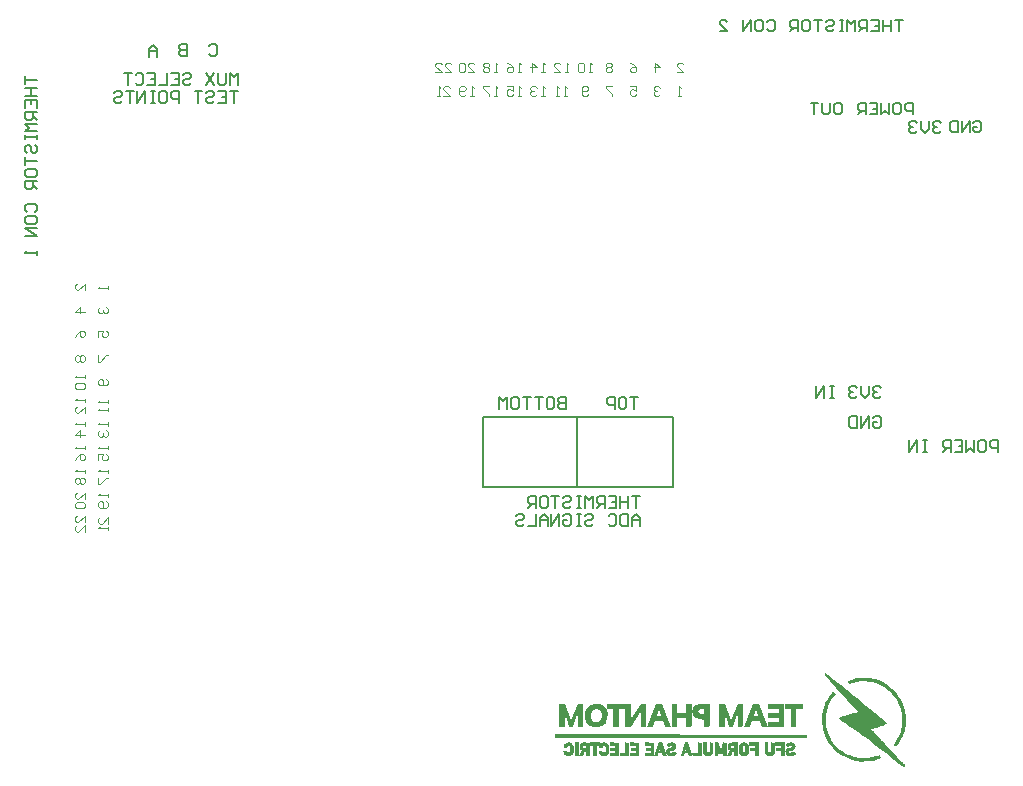
<source format=gbo>
G04*
G04 #@! TF.GenerationSoftware,Altium Limited,Altium Designer,18.1.11 (251)*
G04*
G04 Layer_Color=32896*
%FSLAX25Y25*%
%MOIN*%
G70*
G01*
G75*
%ADD13C,0.00787*%
%ADD15C,0.00591*%
%ADD73C,0.00492*%
G36*
X468205Y173216D02*
X467564Y172895D01*
X466281D01*
Y175870D01*
X463452D01*
Y172895D01*
X461527D01*
Y180506D01*
X463452D01*
Y177590D01*
X466281D01*
Y180506D01*
X468205D01*
Y173216D01*
D02*
G37*
G36*
X453042Y172895D02*
X451147D01*
Y178086D01*
X447968Y172895D01*
X446131D01*
Y180506D01*
X448056D01*
Y175432D01*
X451263Y180506D01*
X453042D01*
Y172895D01*
D02*
G37*
G36*
X485380Y173216D02*
X484739Y172895D01*
X483543D01*
Y177736D01*
X482144Y172895D01*
X480598D01*
X479228Y177736D01*
Y172895D01*
X477390D01*
Y180506D01*
X479199D01*
X481356Y175228D01*
X483485Y180506D01*
X485380D01*
Y173216D01*
D02*
G37*
G36*
X432018Y172895D02*
X430210D01*
Y177736D01*
X428781Y172895D01*
X427264D01*
X425865Y177736D01*
Y172895D01*
X424057D01*
Y180506D01*
X425894D01*
X427993Y175228D01*
X430181Y180506D01*
X432018D01*
Y172895D01*
D02*
G37*
G36*
X505151Y178757D02*
X503139D01*
Y172895D01*
X501214D01*
Y178757D01*
X499173D01*
Y180215D01*
Y180506D01*
X505151D01*
Y178757D01*
D02*
G37*
G36*
X499086Y172895D02*
X493633D01*
X493604Y172967D01*
Y174616D01*
X497190D01*
Y175841D01*
X493808D01*
Y177590D01*
X497161D01*
Y178757D01*
X493662D01*
Y180215D01*
Y180506D01*
X499086D01*
Y172895D01*
D02*
G37*
G36*
X493604Y172967D02*
Y172895D01*
X491766D01*
X489667Y178552D01*
X488909Y176511D01*
X490221D01*
X490746Y174791D01*
X488326D01*
X487538Y172895D01*
X485584D01*
X488734Y180506D01*
X490542D01*
X493604Y172967D01*
D02*
G37*
G36*
X474329Y173216D02*
X473687Y172895D01*
X472404D01*
Y178727D01*
X470975D01*
X470800Y178698D01*
X470655Y178669D01*
X470596Y178640D01*
X470567Y178611D01*
X470480Y178494D01*
X470450Y178348D01*
X470421Y178232D01*
Y178202D01*
Y178173D01*
X470450Y178028D01*
X470480Y177882D01*
X470596Y177678D01*
X470742Y177532D01*
X470771Y177473D01*
X470800D01*
X470946Y177386D01*
X471179Y177299D01*
X471617Y177153D01*
X471850Y177094D01*
X472025Y177065D01*
X472142Y177036D01*
X472200D01*
X471967Y175286D01*
X471296Y175403D01*
X470742Y175549D01*
X470275Y175724D01*
X469896Y175870D01*
X469605Y176045D01*
X469401Y176161D01*
X469284Y176249D01*
X469255Y176278D01*
X468963Y176570D01*
X468759Y176890D01*
X468613Y177211D01*
X468526Y177503D01*
X468438Y177794D01*
X468409Y177998D01*
Y178144D01*
Y178202D01*
X468438Y178582D01*
X468497Y178931D01*
X468613Y179223D01*
X468730Y179456D01*
X468847Y179660D01*
X468963Y179777D01*
X469022Y179865D01*
X469051Y179894D01*
X469313Y180098D01*
X469605Y180244D01*
X469926Y180360D01*
X470217Y180419D01*
X470480Y180477D01*
X470684Y180506D01*
X474329D01*
Y173216D01*
D02*
G37*
G36*
X461323Y172895D02*
X459515Y173041D01*
X459370Y173129D01*
X457329Y178552D01*
X456541Y176511D01*
X457882D01*
X458407Y174791D01*
X455987D01*
X455171Y172895D01*
X453246Y172895D01*
X456395Y180506D01*
X458232D01*
X461323Y172895D01*
D02*
G37*
G36*
X446043Y178757D02*
X444031D01*
Y172895D01*
X442107D01*
Y178757D01*
X440095D01*
Y180215D01*
Y180506D01*
X446043D01*
Y178757D01*
D02*
G37*
G36*
X437091Y180535D02*
X437675Y180419D01*
X438170Y180244D01*
X438579Y180069D01*
X438899Y179865D01*
X439133Y179719D01*
X439249Y179602D01*
X439308Y179544D01*
X439628Y179136D01*
X439862Y178669D01*
X440037Y178202D01*
X440153Y177736D01*
X440211Y177328D01*
X440241Y177007D01*
X440270Y176861D01*
Y176774D01*
Y176715D01*
Y176686D01*
X439949Y176657D01*
X439978Y175986D01*
X439920Y175432D01*
X439803Y174937D01*
X439657Y174528D01*
X439482Y174208D01*
X439337Y173974D01*
X439220Y173858D01*
X439191Y173799D01*
X438783Y173479D01*
X438345Y173245D01*
X437879Y173070D01*
X437441Y172954D01*
X437033Y172895D01*
X436712Y172866D01*
X436596Y172837D01*
X436421D01*
X435750Y172866D01*
X435167Y172983D01*
X434700Y173129D01*
X434292Y173333D01*
X434000Y173508D01*
X433767Y173654D01*
X433621Y173770D01*
X433592Y173799D01*
X433272Y174208D01*
X433038Y174674D01*
X432863Y175141D01*
X432747Y175607D01*
X432688Y176045D01*
X432630Y176365D01*
Y176511D01*
Y176599D01*
Y176657D01*
Y176686D01*
X432659Y177357D01*
X432776Y177911D01*
X432922Y178407D01*
X433097Y178815D01*
X433301Y179136D01*
X433446Y179369D01*
X433563Y179486D01*
X433592Y179544D01*
X433971Y179894D01*
X434438Y180127D01*
X434904Y180302D01*
X435342Y180448D01*
X435779Y180506D01*
X436100Y180535D01*
X436246Y180564D01*
X436421D01*
X437091Y180535D01*
D02*
G37*
G36*
X513782Y190100D02*
X514832Y189342D01*
X515299Y188963D01*
X515765Y188613D01*
X516173Y188292D01*
X516582Y188000D01*
X516931Y187709D01*
X517252Y187446D01*
X517544Y187242D01*
X517777Y187038D01*
X517952Y186892D01*
X518098Y186776D01*
X518185Y186717D01*
X518215Y186688D01*
X519148Y185930D01*
X520052Y185172D01*
X520897Y184501D01*
X521306Y184180D01*
X521685Y183860D01*
X522005Y183597D01*
X522326Y183335D01*
X522588Y183131D01*
X522822Y182926D01*
X522997Y182781D01*
X523143Y182664D01*
X523230Y182606D01*
X523259Y182577D01*
X524192Y181818D01*
X525096Y181060D01*
X525942Y180360D01*
X526350Y180040D01*
X526729Y179748D01*
X527050Y179456D01*
X527371Y179223D01*
X527633Y178990D01*
X527867Y178815D01*
X528042Y178669D01*
X528187Y178552D01*
X528275Y178494D01*
X528304Y178465D01*
X529266Y177678D01*
X530170Y176890D01*
X531074Y176161D01*
X531453Y175782D01*
X531861Y175461D01*
X532211Y175141D01*
X532532Y174849D01*
X532795Y174616D01*
X533028Y174383D01*
X533232Y174208D01*
X533378Y174091D01*
X533465Y174004D01*
X533494Y173974D01*
X532911Y173741D01*
X532357Y173537D01*
X531861Y173362D01*
X531424Y173187D01*
X531103Y173070D01*
X530841Y172983D01*
X530666Y172925D01*
X530608Y172895D01*
X529674Y172633D01*
X529237Y172516D01*
X528829Y172429D01*
X528508Y172341D01*
X528246Y172312D01*
X528071Y172254D01*
X528012D01*
X527662Y172312D01*
X527925Y172137D01*
X528158Y171962D01*
X528362Y171817D01*
X528537Y171671D01*
X528683Y171554D01*
X528770Y171467D01*
X528829Y171408D01*
X528858Y171379D01*
X529179Y171029D01*
X529441Y170738D01*
X529558Y170621D01*
X529645Y170534D01*
X529674Y170475D01*
X529704Y170446D01*
X530141Y169979D01*
X530520Y169571D01*
X530899Y169163D01*
X531191Y168813D01*
X531453Y168521D01*
X531657Y168288D01*
X531774Y168142D01*
X531832Y168084D01*
X532707Y167180D01*
X533115Y166743D01*
X533494Y166364D01*
X533815Y166014D01*
X534048Y165780D01*
X534194Y165605D01*
X534223Y165576D01*
X534253Y165547D01*
X534719Y165080D01*
X535127Y164614D01*
X535536Y164177D01*
X535885Y163827D01*
X536177Y163506D01*
X536410Y163243D01*
X536556Y163098D01*
X536615Y163039D01*
X537052Y162573D01*
X537460Y162135D01*
X537839Y161698D01*
X538189Y161348D01*
X538481Y161056D01*
X538685Y160823D01*
X538831Y160677D01*
X538889Y160619D01*
X539035Y160502D01*
X539181Y160386D01*
X539268Y160298D01*
X539326Y160269D01*
X539385Y160182D01*
X539443Y160094D01*
X539472Y159861D01*
X539443Y159686D01*
Y159657D01*
Y159628D01*
X539356Y159540D01*
X539268Y159482D01*
X539181Y159453D01*
X539093D01*
X538947Y159511D01*
X538889Y159540D01*
X538656Y159686D01*
X538481Y159773D01*
X538393Y159832D01*
X538364Y159861D01*
X537431Y160561D01*
X536585Y161231D01*
X535798Y161844D01*
X535448Y162135D01*
X535127Y162427D01*
X534836Y162660D01*
X534573Y162893D01*
X534369Y163068D01*
X534165Y163243D01*
X534019Y163389D01*
X533903Y163477D01*
X533844Y163535D01*
X533815Y163564D01*
X532882Y164264D01*
X531978Y164964D01*
X531103Y165605D01*
X530724Y165897D01*
X530345Y166159D01*
X530024Y166422D01*
X529704Y166655D01*
X529441Y166859D01*
X529208Y167034D01*
X529033Y167180D01*
X528887Y167268D01*
X528800Y167326D01*
X528770Y167355D01*
X527837Y168084D01*
X526904Y168755D01*
X526059Y169396D01*
X525650Y169717D01*
X525300Y169979D01*
X524951Y170242D01*
X524659Y170475D01*
X524397Y170679D01*
X524163Y170854D01*
X523959Y171000D01*
X523842Y171088D01*
X523755Y171146D01*
X523726Y171175D01*
X522618Y171904D01*
X521568Y172604D01*
X521101Y172925D01*
X520635Y173245D01*
X520197Y173537D01*
X519818Y173828D01*
X519468Y174062D01*
X519148Y174295D01*
X518856Y174499D01*
X518623Y174674D01*
X518448Y174820D01*
X518302Y174908D01*
X518215Y174966D01*
X518185Y174995D01*
X518040Y175112D01*
X517923Y175199D01*
X517865Y175257D01*
X517836Y175286D01*
X517748Y175374D01*
X517661Y175461D01*
X517456Y175724D01*
X517369Y175841D01*
X517281Y175957D01*
X517252Y176015D01*
X517223Y176045D01*
X517952Y176278D01*
X518623Y176482D01*
X519235Y176657D01*
X519760Y176803D01*
X520197Y176919D01*
X520401Y176978D01*
X520547Y177007D01*
X520664Y177065D01*
X520751D01*
X520810Y177094D01*
X520839D01*
X521451Y177240D01*
X522035Y177386D01*
X522559Y177532D01*
X522997Y177648D01*
X523376Y177736D01*
X523667Y177794D01*
X523784Y177823D01*
X523872Y177853D01*
X523930D01*
X523434Y178319D01*
X522938Y178815D01*
X522472Y179281D01*
X522035Y179719D01*
X521685Y180098D01*
X521393Y180419D01*
X521306Y180535D01*
X521218Y180623D01*
X521189Y180652D01*
X521160Y180681D01*
X520606Y181293D01*
X520110Y181848D01*
X519614Y182402D01*
X519177Y182868D01*
X518827Y183276D01*
X518535Y183597D01*
X518448Y183714D01*
X518360Y183801D01*
X518331Y183830D01*
X518302Y183860D01*
X517777Y184443D01*
X517281Y185026D01*
X516786Y185551D01*
X516377Y186017D01*
X516027Y186426D01*
X515736Y186746D01*
X515649Y186863D01*
X515561Y186951D01*
X515532Y186980D01*
X515503Y187009D01*
X514978Y187621D01*
X514453Y188204D01*
X513957Y188759D01*
X513520Y189254D01*
X513141Y189662D01*
X512849Y189983D01*
X512732Y190100D01*
X512645Y190187D01*
X512616Y190246D01*
X512587Y190275D01*
Y190421D01*
X512616Y190508D01*
X512645Y190537D01*
X512674Y190625D01*
Y190741D01*
Y190829D01*
Y190887D01*
X513782Y190100D01*
D02*
G37*
G36*
X506259Y170359D02*
X506726Y170213D01*
Y169309D01*
X422541Y169309D01*
Y170504D01*
X506259Y170359D01*
D02*
G37*
G36*
X439366Y167734D02*
X439482Y167705D01*
X439541D01*
X439716Y167647D01*
X439832Y167588D01*
X439949Y167530D01*
X439978Y167501D01*
X440095Y167413D01*
X440211Y167326D01*
X440299Y167238D01*
X440328Y167209D01*
X440416Y167093D01*
X440503Y167005D01*
X440532Y166947D01*
X440561Y166918D01*
X440620Y166743D01*
X440649Y166684D01*
Y166655D01*
X440678Y166509D01*
X440707Y166480D01*
Y166451D01*
X440736Y166334D01*
Y166189D01*
Y166101D01*
Y166043D01*
Y165868D01*
Y165693D01*
Y165547D01*
Y165518D01*
Y165489D01*
Y165226D01*
Y165022D01*
Y164906D01*
Y164847D01*
Y164701D01*
X440707Y164585D01*
Y164526D01*
Y164497D01*
X440678Y164381D01*
Y164351D01*
Y164322D01*
X440649Y164264D01*
Y164235D01*
Y164206D01*
X440620Y164177D01*
Y164147D01*
X440591Y164089D01*
Y164060D01*
Y164031D01*
X440474Y163885D01*
X440386Y163797D01*
X440328Y163739D01*
X440299Y163710D01*
X440211Y163622D01*
X440095Y163535D01*
X440007Y163448D01*
X439978Y163418D01*
X439832Y163331D01*
X439687Y163273D01*
X439570Y163214D01*
X439541D01*
X439366Y163185D01*
X439191Y163156D01*
X439016D01*
X438812Y163185D01*
X438637Y163214D01*
X438520Y163243D01*
X438462D01*
X438258Y163331D01*
X438083Y163418D01*
X437966Y163477D01*
X437908Y163506D01*
X437762Y163622D01*
X437616Y163768D01*
X437558Y163885D01*
X437529Y163914D01*
X437441Y164147D01*
X437354Y164381D01*
X437325Y164556D01*
X437295Y164585D01*
Y164614D01*
Y164906D01*
X438462D01*
X438579Y164672D01*
X438666Y164526D01*
X438724Y164468D01*
X438754Y164439D01*
X438841Y164381D01*
X438929Y164351D01*
X439133D01*
X439162Y164381D01*
X439191Y164410D01*
X439249Y164439D01*
X439308D01*
X439337Y164468D01*
X439395Y164526D01*
X439424Y164556D01*
Y164585D01*
X439453Y164614D01*
Y164672D01*
X439482Y164701D01*
X439512Y164906D01*
Y164964D01*
Y164993D01*
Y165168D01*
Y165314D01*
Y165430D01*
Y165489D01*
Y165664D01*
Y165810D01*
Y165897D01*
Y165926D01*
Y166043D01*
X439482Y166130D01*
Y166159D01*
X439453Y166276D01*
Y166305D01*
X439424Y166364D01*
X439366Y166422D01*
X439337Y166451D01*
X439249Y166509D01*
X439220Y166539D01*
X439162D01*
X439045Y166568D01*
X438929D01*
X438899Y166539D01*
X438812Y166509D01*
X438783D01*
X438754Y166480D01*
X438666Y166393D01*
X438637Y166364D01*
Y166334D01*
X438579Y166247D01*
X438549Y166130D01*
X438520Y166043D01*
Y165984D01*
X437295D01*
X437325Y166218D01*
X437354Y166422D01*
X437412Y166568D01*
X437432Y166646D01*
X437645Y166626D01*
Y167136D01*
X437587Y167063D01*
X437500Y166888D01*
X437470Y166830D01*
Y166772D01*
X437441Y166684D01*
X437432Y166646D01*
X436566Y166726D01*
Y163185D01*
X435313D01*
Y166626D01*
X434234D01*
Y167734D01*
X437645D01*
Y167136D01*
X437704Y167209D01*
X437791Y167297D01*
X437820Y167326D01*
X438025Y167501D01*
X438200Y167588D01*
X438345Y167647D01*
X438375Y167676D01*
X438404D01*
X438608Y167734D01*
X438812Y167763D01*
X439220D01*
X439366Y167734D01*
D02*
G37*
G36*
X526875Y189283D02*
X527633Y189196D01*
X528304Y189079D01*
X528625Y189021D01*
X528887Y188963D01*
X529120Y188904D01*
X529324Y188875D01*
X529499Y188817D01*
X529616Y188788D01*
X529674Y188759D01*
X529704D01*
X530491Y188496D01*
X531249Y188175D01*
X531920Y187855D01*
X532532Y187563D01*
X532795Y187417D01*
X533028Y187271D01*
X533232Y187155D01*
X533407Y187038D01*
X533553Y186951D01*
X533640Y186892D01*
X533699Y186863D01*
X533728Y186834D01*
X534427Y186280D01*
X535069Y185668D01*
X535652Y185055D01*
X536148Y184501D01*
X536556Y183976D01*
X536731Y183743D01*
X536877Y183568D01*
X536994Y183393D01*
X537081Y183276D01*
X537110Y183218D01*
X537139Y183189D01*
X537606Y182547D01*
X537985Y181906D01*
X538335Y181293D01*
X538597Y180710D01*
X538801Y180215D01*
X538889Y179981D01*
X538947Y179806D01*
X539006Y179660D01*
X539035Y179544D01*
X539064Y179486D01*
Y179456D01*
X539297Y178611D01*
X539472Y177765D01*
X539560Y176978D01*
X539647Y176278D01*
X539676Y175986D01*
Y175695D01*
X539706Y175461D01*
Y175257D01*
Y175082D01*
Y174966D01*
Y174878D01*
Y174849D01*
X539647Y174004D01*
X539531Y173216D01*
X539385Y172487D01*
X539210Y171846D01*
X539151Y171554D01*
X539064Y171321D01*
X539006Y171088D01*
X538918Y170913D01*
X538889Y170767D01*
X538831Y170650D01*
X538801Y170592D01*
Y170563D01*
X538481Y169717D01*
X538131Y168959D01*
X537752Y168288D01*
X537373Y167705D01*
X537227Y167443D01*
X537052Y167209D01*
X536906Y167034D01*
X536790Y166859D01*
X536702Y166743D01*
X536615Y166655D01*
X536585Y166597D01*
X536556Y166568D01*
X535973Y166451D01*
X535419Y166947D01*
X535944Y167647D01*
X536381Y168288D01*
X536760Y168871D01*
X537052Y169396D01*
X537285Y169834D01*
X537402Y170009D01*
X537460Y170154D01*
X537519Y170271D01*
X537577Y170359D01*
X537606Y170388D01*
Y170417D01*
X537868Y171292D01*
X538043Y172137D01*
X538218Y172895D01*
X538306Y173566D01*
X538364Y173858D01*
X538393Y174120D01*
Y174324D01*
X538422Y174528D01*
X538452Y174674D01*
Y174791D01*
Y174849D01*
Y174878D01*
Y175636D01*
X538393Y176395D01*
X538306Y177065D01*
X538218Y177678D01*
X538189Y177940D01*
X538131Y178173D01*
X538072Y178377D01*
X538043Y178552D01*
X538014Y178698D01*
X537985Y178815D01*
X537956Y178873D01*
Y178902D01*
X537693Y179660D01*
X537431Y180389D01*
X537139Y181002D01*
X536877Y181585D01*
X536644Y182023D01*
X536527Y182227D01*
X536440Y182372D01*
X536352Y182489D01*
X536323Y182577D01*
X536265Y182635D01*
Y182664D01*
X535710Y183364D01*
X535127Y183976D01*
X534573Y184501D01*
X534078Y184939D01*
X533669Y185318D01*
X533465Y185463D01*
X533319Y185580D01*
X533203Y185668D01*
X533115Y185726D01*
X533057Y185784D01*
X533028D01*
X532386Y186192D01*
X531716Y186572D01*
X531103Y186863D01*
X530520Y187126D01*
X530054Y187330D01*
X529849Y187388D01*
X529674Y187446D01*
X529529Y187505D01*
X529412Y187534D01*
X529354Y187563D01*
X529324D01*
X528566Y187767D01*
X527837Y187913D01*
X527138Y188000D01*
X526525Y188059D01*
X526233Y188088D01*
X525971Y188117D01*
X525213D01*
X524397Y188059D01*
X523609Y187971D01*
X522851Y187825D01*
X522180Y187650D01*
X521889Y187592D01*
X521597Y187505D01*
X521364Y187446D01*
X521160Y187359D01*
X520985Y187330D01*
X520868Y187271D01*
X520781Y187242D01*
X520751D01*
X520401Y188292D01*
X521306Y188613D01*
X522151Y188846D01*
X522968Y189050D01*
X523697Y189167D01*
X523988Y189196D01*
X524280Y189254D01*
X524542Y189283D01*
X524746D01*
X524921Y189313D01*
X526029D01*
X526875Y189283D01*
D02*
G37*
G36*
X479403Y167588D02*
X479898Y167443D01*
Y163185D01*
X478644D01*
Y164484D01*
X478324Y163739D01*
X477390D01*
X477099Y164416D01*
Y163185D01*
X475845D01*
Y167734D01*
X476953D01*
X477857Y165197D01*
X478790Y167734D01*
X479403Y167588D01*
D02*
G37*
G36*
X495499D02*
X495995Y167443D01*
Y164818D01*
X495965Y164556D01*
X495936Y164351D01*
X495907Y164206D01*
X495878Y164147D01*
X495761Y163943D01*
X495645Y163768D01*
X495528Y163652D01*
X495499Y163622D01*
X495295Y163448D01*
X495091Y163331D01*
X494974Y163273D01*
X494916Y163243D01*
X494682Y163185D01*
X494478Y163156D01*
X494245D01*
X493983Y163185D01*
X493779Y163214D01*
X493633Y163243D01*
X493574D01*
X493341Y163360D01*
X493166Y163477D01*
X493049Y163564D01*
X493020Y163593D01*
X492874Y163797D01*
X492758Y163972D01*
X492699Y164089D01*
X492670Y164147D01*
X492583Y164381D01*
X492554Y164614D01*
X492525Y164760D01*
Y164789D01*
Y164818D01*
Y167734D01*
X493749D01*
Y164906D01*
X493779Y164731D01*
X493808Y164672D01*
Y164643D01*
X493866Y164526D01*
X493895Y164497D01*
X493924D01*
X494012Y164410D01*
X494041Y164381D01*
X494070D01*
X494187Y164351D01*
X494333D01*
X494391Y164381D01*
X494449D01*
X494537Y164439D01*
X494566Y164497D01*
X494595D01*
X494682Y164585D01*
X494712Y164643D01*
X494741Y164731D01*
Y164818D01*
Y164876D01*
Y164906D01*
Y167734D01*
X495499Y167588D01*
D02*
G37*
G36*
X474970D02*
X475466Y167443D01*
Y164818D01*
X475437Y164556D01*
X475408Y164351D01*
X475379Y164206D01*
X475349Y164147D01*
X475233Y163943D01*
X475116Y163768D01*
X474999Y163652D01*
X474970Y163622D01*
X474766Y163448D01*
X474562Y163331D01*
X474445Y163273D01*
X474387Y163243D01*
X474154Y163185D01*
X473950Y163156D01*
X473716D01*
X473454Y163185D01*
X473250Y163214D01*
X473104Y163243D01*
X473046D01*
X472812Y163360D01*
X472638Y163477D01*
X472521Y163564D01*
X472492Y163593D01*
X472346Y163797D01*
X472200Y163972D01*
X472142Y164089D01*
X472113Y164147D01*
X472025Y164381D01*
X471996Y164614D01*
X471967Y164760D01*
Y164789D01*
Y164818D01*
Y167734D01*
X473221D01*
Y164906D01*
X473250Y164731D01*
X473279Y164672D01*
Y164643D01*
X473337Y164526D01*
X473366Y164497D01*
X473396Y164468D01*
X473483Y164410D01*
X473512Y164381D01*
X473541D01*
X473658Y164351D01*
X473804D01*
X473862Y164381D01*
X473920D01*
X474008Y164439D01*
X474037Y164497D01*
X474066D01*
X474154Y164585D01*
X474183Y164643D01*
X474212Y164731D01*
Y164818D01*
Y164876D01*
Y164906D01*
Y167734D01*
X474970Y167588D01*
D02*
G37*
G36*
X427527Y167734D02*
X427644Y167705D01*
X427702D01*
X427877Y167647D01*
X428052Y167559D01*
X428168Y167501D01*
X428227Y167472D01*
X428373Y167326D01*
X428431Y167268D01*
X428460Y167238D01*
X428635Y167034D01*
X428693Y166947D01*
X428722Y166918D01*
X428781Y166772D01*
X428810Y166714D01*
Y166684D01*
X428868Y166539D01*
Y166480D01*
Y166451D01*
X428897Y166334D01*
Y166218D01*
X428927Y166130D01*
Y166072D01*
Y165897D01*
Y165693D01*
Y165547D01*
Y165518D01*
Y165489D01*
Y165226D01*
Y165022D01*
Y164906D01*
Y164847D01*
X428897Y164672D01*
Y164585D01*
X428868Y164526D01*
Y164497D01*
X428839Y164381D01*
Y164351D01*
Y164322D01*
X428810Y164264D01*
Y164235D01*
Y164206D01*
X428781Y164177D01*
Y164147D01*
X428722Y164031D01*
X428693Y164002D01*
Y163972D01*
X428547Y163797D01*
X428489Y163739D01*
Y163710D01*
X428373Y163622D01*
X428256Y163506D01*
X428168Y163418D01*
X428139Y163389D01*
X427964Y163302D01*
X427818Y163273D01*
X427731Y163214D01*
X427702D01*
X427527Y163185D01*
X427352Y163156D01*
X427177D01*
X426944Y163185D01*
X426769Y163214D01*
X426652Y163243D01*
X426594D01*
X426419Y163331D01*
X426244Y163389D01*
X426127Y163448D01*
X426098Y163477D01*
X425952Y163622D01*
X425807Y163768D01*
X425748Y163885D01*
X425719Y163914D01*
X425602Y164147D01*
X425544Y164351D01*
X425486Y164556D01*
X425457Y164585D01*
Y164614D01*
Y164906D01*
X426652D01*
X426769Y164672D01*
X426856Y164526D01*
X426915Y164468D01*
X426944Y164439D01*
X427002Y164381D01*
X427090Y164351D01*
X427294D01*
X427352Y164381D01*
X427381Y164410D01*
X427439Y164439D01*
X427469Y164468D01*
X427527Y164526D01*
X427556Y164556D01*
X427585Y164585D01*
X427614D01*
Y164672D01*
Y164701D01*
X427644Y164906D01*
X427673Y164964D01*
Y164993D01*
Y165139D01*
Y165285D01*
Y165430D01*
Y165489D01*
Y165693D01*
Y165839D01*
Y165926D01*
Y165955D01*
X427644Y166130D01*
X427614Y166189D01*
Y166218D01*
Y166276D01*
Y166305D01*
X427585Y166334D01*
X427556Y166364D01*
X427498Y166422D01*
X427469Y166451D01*
X427410Y166509D01*
X427381Y166539D01*
X427323D01*
X427235Y166568D01*
X427119D01*
X427090Y166539D01*
X427060D01*
X426915Y166509D01*
X426885Y166480D01*
X426827Y166393D01*
X426798Y166364D01*
X426769Y166276D01*
X426740Y166159D01*
X426681Y166043D01*
Y166014D01*
Y165984D01*
X425457D01*
X425486Y166218D01*
X425515Y166422D01*
X425544Y166568D01*
X425573Y166714D01*
X425602Y166801D01*
X425632Y166859D01*
X425661Y166918D01*
X425777Y167093D01*
X425894Y167209D01*
X425982Y167297D01*
X426011Y167326D01*
X426186Y167472D01*
X426361Y167588D01*
X426477Y167617D01*
X426536Y167647D01*
X426769Y167705D01*
X426973Y167763D01*
X427381D01*
X427527Y167734D01*
D02*
G37*
G36*
X499202Y163185D02*
X497948D01*
Y164876D01*
X496286D01*
Y166014D01*
X497948D01*
Y166568D01*
X496024D01*
Y167734D01*
X499202D01*
Y163185D01*
D02*
G37*
G36*
X490513D02*
X489259D01*
Y164876D01*
X487597D01*
Y166014D01*
X489259D01*
Y166568D01*
X487334D01*
Y167734D01*
X490513D01*
Y163185D01*
D02*
G37*
G36*
X483572D02*
X482319D01*
Y164876D01*
X482056D01*
X481240Y163185D01*
X480015D01*
X480948Y165080D01*
X480744Y165168D01*
X480569Y165314D01*
X480452Y165430D01*
X480423Y165489D01*
X480277Y165780D01*
X480190Y166043D01*
X480161Y166159D01*
Y166247D01*
Y166305D01*
Y166334D01*
X480190Y166568D01*
X480248Y166772D01*
X480277Y166888D01*
X480306Y166947D01*
X480423Y167122D01*
X480540Y167297D01*
X480627Y167413D01*
X480686Y167443D01*
X480831Y167530D01*
X481006Y167588D01*
X481094Y167647D01*
X481152D01*
X481327Y167705D01*
X481502Y167734D01*
X483572D01*
Y163185D01*
D02*
G37*
G36*
X471092Y167588D02*
X471559Y167443D01*
Y163185D01*
X468613D01*
X468380Y163872D01*
Y164351D01*
X470363D01*
Y167734D01*
X471092Y167588D01*
D02*
G37*
G36*
X468380Y163872D02*
Y163185D01*
X467418D01*
X467126Y164060D01*
X465836Y164191D01*
X465785Y163185D01*
X464589D01*
X466135Y167734D01*
X467068D01*
X468380Y163872D01*
D02*
G37*
G36*
X459836Y163185D02*
X458641D01*
X458349Y164060D01*
X457059Y164191D01*
X457008Y163185D01*
X455812D01*
X457358Y167734D01*
X458291D01*
X459836Y163185D01*
D02*
G37*
G36*
X455287Y167588D02*
X455754Y167443D01*
Y163185D01*
X452575Y163185D01*
Y164351D01*
X454529Y164351D01*
Y164906D01*
X452867Y164906D01*
Y166043D01*
X454529Y166043D01*
Y166568D01*
X452575Y166568D01*
Y167734D01*
X455287Y167588D01*
D02*
G37*
G36*
X450272Y167588D02*
X450768Y167443D01*
Y163185D01*
X447589D01*
Y164351D01*
X449514D01*
Y164906D01*
X447852D01*
Y166043D01*
X449514D01*
Y166568D01*
X447589D01*
Y167734D01*
X450272Y167588D01*
D02*
G37*
G36*
X446889D02*
X447385Y167443D01*
Y163185D01*
X444206D01*
Y164351D01*
X446131D01*
Y167734D01*
X446889Y167588D01*
D02*
G37*
G36*
X443536D02*
X444002Y167443D01*
Y163185D01*
X440824D01*
Y164351D01*
X442748D01*
Y164906D01*
X441086D01*
Y166043D01*
X442748D01*
Y166568D01*
X440824D01*
Y167734D01*
X443536Y167588D01*
D02*
G37*
G36*
X433680D02*
X434175Y167443D01*
Y163185D01*
X432922D01*
Y164876D01*
X432688D01*
X431843Y163185D01*
X430647D01*
X431551Y165080D01*
X431376Y165168D01*
X431201Y165314D01*
X431084Y165430D01*
X431055Y165489D01*
X430909Y165780D01*
X430822Y166072D01*
X430793Y166189D01*
Y166276D01*
Y166334D01*
Y166364D01*
X430822Y166597D01*
X430851Y166772D01*
X430909Y166888D01*
X430939Y166947D01*
X431055Y167122D01*
X431143Y167297D01*
X431259Y167413D01*
X431289Y167443D01*
X431434Y167530D01*
X431609Y167588D01*
X431697Y167647D01*
X431755D01*
X431930Y167705D01*
X432105Y167734D01*
X432309D01*
X433680Y167588D01*
D02*
G37*
G36*
X430501Y163185D02*
X429247D01*
Y167734D01*
X430501D01*
Y163185D01*
D02*
G37*
G36*
X501652Y167734D02*
X501797Y167705D01*
X501827Y167676D01*
X501856D01*
X502060Y167588D01*
X502235Y167472D01*
X502352Y167384D01*
X502381Y167355D01*
X502527Y167209D01*
X502614Y167063D01*
X502672Y166976D01*
X502701Y166918D01*
X502760Y166714D01*
X502789Y166539D01*
X502818Y166393D01*
Y166364D01*
Y166334D01*
X502789Y166130D01*
X502760Y165955D01*
X502731Y165839D01*
Y165810D01*
X502643Y165664D01*
X502527Y165489D01*
X502468Y165401D01*
X502439Y165343D01*
X502293Y165226D01*
X502177Y165139D01*
X502060Y165080D01*
X502031Y165051D01*
X501827Y164993D01*
X501652Y164935D01*
X501535Y164906D01*
X501477D01*
X501273Y164876D01*
X501214Y164847D01*
X500952D01*
X500864Y164818D01*
X500806Y164760D01*
X500748Y164731D01*
X500689Y164643D01*
Y164614D01*
Y164526D01*
X500718Y164468D01*
X500748Y164410D01*
X500777D01*
X500835Y164351D01*
X501010Y164206D01*
X500981Y164235D01*
X500923Y164293D01*
X500835Y164351D01*
X501214D01*
X501360Y164381D01*
X501477D01*
X501622Y164410D01*
X501681D01*
X501856Y164497D01*
X502060Y164643D01*
X502235Y164731D01*
X502264Y164789D01*
X502293D01*
X503022Y163972D01*
X502847Y163797D01*
X502672Y163652D01*
X502527Y163535D01*
X502381Y163448D01*
X502264Y163389D01*
X502177Y163331D01*
X502147Y163302D01*
X502118D01*
X501768Y163214D01*
X501477Y163185D01*
X501331Y163156D01*
X501156D01*
X500864Y163185D01*
X500631Y163214D01*
X500427Y163273D01*
X500252Y163331D01*
X500106Y163389D01*
X500019Y163448D01*
X499960Y163506D01*
X499931D01*
X499785Y163652D01*
X499669Y163856D01*
X499581Y164031D01*
X499523Y164235D01*
X499494Y164410D01*
X499465Y164556D01*
Y164643D01*
Y164672D01*
Y164818D01*
X499494Y164935D01*
X499523Y165051D01*
X499552Y165080D01*
X499611Y165255D01*
X499698Y165401D01*
X499756Y165518D01*
X499785Y165547D01*
X499931Y165693D01*
X500077Y165780D01*
X500165Y165839D01*
X500223Y165868D01*
X500427Y165955D01*
X500631Y166014D01*
X500806Y166043D01*
X501098D01*
X501185Y166072D01*
X501214Y166101D01*
X501302Y166130D01*
X501418D01*
X501477Y166159D01*
X501535Y166247D01*
X501564Y166276D01*
Y166305D01*
Y166334D01*
X501535Y166393D01*
Y166422D01*
X501506Y166480D01*
X501389Y166539D01*
X501360D01*
X501302Y166568D01*
X501098D01*
X500952Y166539D01*
X500835Y166509D01*
X500806Y166480D01*
X500602Y166422D01*
X500369Y166334D01*
X500194Y166276D01*
X500165Y166247D01*
X500135D01*
X499581Y167151D01*
X499902Y167384D01*
X500165Y167530D01*
X500340Y167617D01*
X500369Y167647D01*
X500398D01*
X500660Y167705D01*
X500923Y167763D01*
X501447D01*
X501652Y167734D01*
D02*
G37*
G36*
X485993D02*
X486109Y167705D01*
X486168D01*
X486343Y167647D01*
X486459Y167588D01*
X486576Y167530D01*
X486605Y167501D01*
X486722Y167413D01*
X486838Y167326D01*
X486926Y167238D01*
X486955Y167209D01*
X487043Y167093D01*
X487101Y167005D01*
X487159Y166947D01*
Y166918D01*
X487247Y166743D01*
X487276Y166684D01*
Y166655D01*
X487305Y166509D01*
X487334Y166480D01*
Y166451D01*
Y166305D01*
Y166189D01*
X487363Y166072D01*
Y166043D01*
Y165868D01*
Y165693D01*
Y165547D01*
Y165518D01*
Y165489D01*
Y165226D01*
Y165051D01*
Y164906D01*
Y164876D01*
X487334Y164701D01*
Y164585D01*
Y164497D01*
Y164468D01*
X487305Y164381D01*
Y164351D01*
X487276Y164322D01*
Y164264D01*
Y164235D01*
Y164206D01*
X487218Y164118D01*
Y164089D01*
X487188D01*
Y164060D01*
X487159Y164031D01*
Y164002D01*
X487013Y163797D01*
X486984Y163739D01*
X486955Y163710D01*
X486722Y163506D01*
X486634Y163448D01*
X486605Y163418D01*
X486430Y163331D01*
X486284Y163273D01*
X486197Y163214D01*
X486168D01*
X485993Y163185D01*
X485818Y163156D01*
X485439D01*
X485264Y163185D01*
X485147Y163214D01*
X485118D01*
X484943Y163273D01*
X484797Y163331D01*
X484681Y163389D01*
X484651Y163418D01*
X484535Y163535D01*
X484418Y163622D01*
X484360Y163681D01*
X484331Y163710D01*
X484243Y163827D01*
X484185Y163914D01*
X484127Y163972D01*
Y164002D01*
X484039Y164147D01*
X484010Y164206D01*
Y164235D01*
X483952Y164410D01*
X483922Y164468D01*
Y164497D01*
Y164672D01*
Y164818D01*
Y164906D01*
Y164935D01*
X483893Y165110D01*
Y165314D01*
Y165430D01*
Y165489D01*
Y165664D01*
Y165839D01*
X483922Y165955D01*
Y165984D01*
Y166159D01*
Y166305D01*
Y166393D01*
Y166422D01*
X483981Y166597D01*
X484010Y166626D01*
Y166655D01*
X484068Y166830D01*
X484097Y166888D01*
Y166918D01*
X484243Y167122D01*
X484302Y167180D01*
X484331Y167209D01*
X484447Y167326D01*
X484535Y167413D01*
X484622Y167443D01*
X484651Y167472D01*
X484797Y167588D01*
X484972Y167647D01*
X485060Y167705D01*
X485118D01*
X485293Y167734D01*
X485468Y167763D01*
X485847D01*
X485993Y167734D01*
D02*
G37*
G36*
X461877D02*
X462023Y167705D01*
X462081Y167676D01*
X462286Y167588D01*
X462431Y167501D01*
X462548Y167413D01*
X462577Y167384D01*
X462752Y167238D01*
X462869Y167063D01*
X462927Y166976D01*
X462956Y166918D01*
X463015Y166714D01*
X463044Y166539D01*
Y166393D01*
Y166364D01*
Y166334D01*
X463015Y166130D01*
X462986Y165984D01*
X462956Y165868D01*
Y165810D01*
X462869Y165635D01*
X462781Y165518D01*
X462694Y165401D01*
X462665Y165372D01*
X462548Y165255D01*
X462431Y165139D01*
X462315Y165080D01*
X462286Y165051D01*
X462081Y164993D01*
X461907Y164935D01*
X461790Y164906D01*
X461732D01*
X461557Y164876D01*
X461498Y164847D01*
X461178D01*
X461090Y164818D01*
X461032Y164760D01*
X461003Y164731D01*
X460944Y164672D01*
Y164643D01*
Y164614D01*
Y164526D01*
X460974Y164468D01*
X461003Y164410D01*
X461032D01*
X461090Y164351D01*
X461265Y164206D01*
X461236Y164235D01*
X461178Y164293D01*
X461090Y164351D01*
X461469D01*
X461615Y164381D01*
X461732D01*
X461877Y164410D01*
X461907D01*
X462081Y164497D01*
X462315Y164643D01*
X462490Y164731D01*
X462519Y164789D01*
X462548D01*
X463248Y163972D01*
X463073Y163797D01*
X462927Y163652D01*
X462752Y163535D01*
X462636Y163448D01*
X462519Y163389D01*
X462431Y163331D01*
X462402Y163302D01*
X462373D01*
X462023Y163214D01*
X461732Y163185D01*
X461586Y163156D01*
X461411D01*
X461119Y163185D01*
X460857Y163214D01*
X460653Y163273D01*
X460478Y163331D01*
X460332Y163389D01*
X460245Y163448D01*
X460186Y163506D01*
X460157D01*
X460011Y163652D01*
X459895Y163827D01*
X459836Y164031D01*
X459778Y164206D01*
X459749Y164351D01*
X459720Y164497D01*
Y164585D01*
Y164614D01*
Y164789D01*
X459749Y164935D01*
X459778Y165051D01*
X459807Y165080D01*
X459865Y165255D01*
X459953Y165401D01*
X460011Y165518D01*
X460040Y165547D01*
X460186Y165693D01*
X460332Y165780D01*
X460419Y165839D01*
X460478Y165868D01*
X460682Y165955D01*
X460886Y166014D01*
X461061Y166043D01*
X461323D01*
X461440Y166072D01*
X461469Y166101D01*
X461557Y166130D01*
X461673D01*
X461732Y166159D01*
X461761Y166218D01*
X461790Y166247D01*
Y166305D01*
Y166334D01*
Y166393D01*
Y166422D01*
X461761Y166480D01*
X461644Y166539D01*
X461615D01*
X461527Y166568D01*
X461352D01*
X461207Y166539D01*
X461090Y166509D01*
X461061Y166480D01*
X460857Y166422D01*
X460624Y166334D01*
X460449Y166276D01*
X460419Y166247D01*
X460390D01*
X459836Y167151D01*
X460157Y167384D01*
X460419Y167530D01*
X460594Y167617D01*
X460624Y167647D01*
X460653D01*
X460915Y167705D01*
X461148Y167763D01*
X461673D01*
X461877Y167734D01*
D02*
G37*
G36*
X516173Y183976D02*
X515619Y183276D01*
X515124Y182577D01*
X514715Y181906D01*
X514395Y181323D01*
X514132Y180798D01*
X514015Y180594D01*
X513928Y180419D01*
X513870Y180273D01*
X513811Y180156D01*
X513782Y180098D01*
Y180069D01*
X513520Y179311D01*
X513316Y178582D01*
X513170Y177882D01*
X513053Y177269D01*
X512995Y176978D01*
X512966Y176715D01*
X512937Y176511D01*
Y176307D01*
X512907Y176161D01*
Y176045D01*
Y175986D01*
Y175957D01*
Y175199D01*
X512937Y174441D01*
X512995Y173770D01*
X513082Y173129D01*
X513141Y172866D01*
X513199Y172633D01*
X513228Y172400D01*
X513286Y172225D01*
X513316Y172079D01*
X513345Y171962D01*
X513374Y171904D01*
Y171875D01*
X513636Y171058D01*
X513957Y170271D01*
X514278Y169542D01*
X514628Y168901D01*
X514774Y168609D01*
X514920Y168347D01*
X515036Y168113D01*
X515153Y167909D01*
X515240Y167763D01*
X515328Y167647D01*
X515357Y167588D01*
X515386Y167559D01*
X515882Y167005D01*
X516377Y166480D01*
X516873Y166014D01*
X517369Y165635D01*
X517777Y165285D01*
X518098Y165051D01*
X518215Y164964D01*
X518302Y164906D01*
X518360Y164847D01*
X518390D01*
X519060Y164410D01*
X519760Y164002D01*
X520401Y163681D01*
X520985Y163448D01*
X521510Y163243D01*
X521714Y163156D01*
X521889Y163098D01*
X522035Y163039D01*
X522151Y163010D01*
X522210Y162981D01*
X522239D01*
X522997Y162806D01*
X523726Y162689D01*
X524426Y162602D01*
X525067Y162544D01*
X526379D01*
X527196Y162631D01*
X528012Y162748D01*
X528770Y162923D01*
X529470Y163127D01*
X529762Y163214D01*
X530054Y163302D01*
X530316Y163360D01*
X530520Y163448D01*
X530695Y163506D01*
X530812Y163564D01*
X530899Y163593D01*
X530928D01*
X531307Y162544D01*
X530753Y162310D01*
X530229Y162106D01*
X529762Y161931D01*
X529324Y161815D01*
X528975Y161698D01*
X528683Y161640D01*
X528508Y161610D01*
X528479Y161581D01*
X528450D01*
X527925Y161494D01*
X527400Y161465D01*
X526904Y161435D01*
X525767D01*
X525650Y161465D01*
X525504D01*
X525359Y161319D01*
X524834Y161348D01*
X524571D01*
X524309Y161377D01*
X524105Y161406D01*
X523930D01*
X523813Y161435D01*
X523784D01*
X523113Y161552D01*
X522793Y161610D01*
X522530Y161669D01*
X522297Y161727D01*
X522093Y161785D01*
X521976Y161815D01*
X521947D01*
X521101Y162077D01*
X520314Y162398D01*
X519585Y162748D01*
X518944Y163068D01*
X518652Y163214D01*
X518419Y163360D01*
X518185Y163477D01*
X518010Y163593D01*
X517865Y163710D01*
X517748Y163768D01*
X517690Y163797D01*
X517661Y163827D01*
X516931Y164351D01*
X516290Y164935D01*
X515707Y165460D01*
X515211Y165984D01*
X514832Y166451D01*
X514657Y166626D01*
X514540Y166801D01*
X514424Y166947D01*
X514336Y167034D01*
X514307Y167093D01*
X514278Y167122D01*
X513782Y167880D01*
X513374Y168609D01*
X513024Y169338D01*
X512733Y169979D01*
X512616Y170271D01*
X512528Y170563D01*
X512441Y170796D01*
X512353Y171000D01*
X512295Y171146D01*
X512266Y171292D01*
X512237Y171350D01*
Y171379D01*
X512004Y172254D01*
X511858Y173100D01*
X511741Y173887D01*
X511683Y174616D01*
Y174908D01*
Y175199D01*
Y175461D01*
Y175666D01*
Y175841D01*
Y175957D01*
Y176045D01*
Y176074D01*
X511770Y176949D01*
X511887Y177794D01*
X512062Y178552D01*
X512237Y179252D01*
X512324Y179544D01*
X512412Y179806D01*
X512499Y180040D01*
X512558Y180244D01*
X512616Y180419D01*
X512674Y180535D01*
X512703Y180594D01*
Y180623D01*
X513053Y181439D01*
X513491Y182197D01*
X513928Y182868D01*
X514336Y183481D01*
X514540Y183743D01*
X514715Y184005D01*
X514890Y184210D01*
X515036Y184385D01*
X515153Y184530D01*
X515240Y184618D01*
X515299Y184676D01*
X515328Y184705D01*
X516173Y183976D01*
D02*
G37*
%LPC*%
G36*
X436566Y178786D02*
X436421D01*
X436100Y178757D01*
X435838Y178698D01*
X435604Y178640D01*
X435400Y178552D01*
X435254Y178436D01*
X435167Y178377D01*
X435109Y178319D01*
X435079Y178290D01*
X434934Y178086D01*
X434817Y177823D01*
X434729Y177561D01*
X434671Y177328D01*
X434642Y177094D01*
X434613Y176890D01*
Y176774D01*
Y176715D01*
X434642Y176336D01*
X434671Y175986D01*
X434759Y175724D01*
X434846Y175491D01*
X434934Y175316D01*
X434992Y175170D01*
X435050Y175112D01*
X435079Y175082D01*
X435254Y174907D01*
X435459Y174791D01*
X435692Y174674D01*
X435925Y174616D01*
X436100Y174587D01*
X436275Y174557D01*
X436421D01*
X436741Y174587D01*
X437033Y174645D01*
X437266Y174732D01*
X437470Y174820D01*
X437616Y174907D01*
X437733Y174995D01*
X437791Y175053D01*
X437820Y175082D01*
X437966Y175316D01*
X438083Y175549D01*
X438141Y175841D01*
X438200Y176103D01*
X438229Y176336D01*
X438258Y176540D01*
Y176657D01*
Y176715D01*
X438229Y177094D01*
X438200Y177415D01*
X438112Y177678D01*
X438025Y177911D01*
X437966Y178086D01*
X437879Y178202D01*
X437850Y178261D01*
X437820Y178290D01*
X437616Y178465D01*
X437412Y178582D01*
X437179Y178669D01*
X436946Y178727D01*
X436741Y178757D01*
X436566Y178786D01*
D02*
G37*
G36*
X482319Y166626D02*
X481590D01*
X481560Y166597D01*
X481502Y166568D01*
X481473D01*
X481415Y166539D01*
X481386Y166509D01*
Y166480D01*
X481356Y166422D01*
Y166393D01*
Y166364D01*
Y166247D01*
X481386Y166218D01*
X481444Y166130D01*
X481473Y166101D01*
Y166072D01*
X481531Y166043D01*
X481560Y166014D01*
X481706D01*
X482319Y165900D01*
Y166626D01*
D02*
G37*
G36*
X466394Y165197D02*
X465697D01*
X466339Y164906D01*
X466394Y165197D01*
D02*
G37*
G36*
X457616D02*
X456920D01*
X457562Y164906D01*
X457616Y165197D01*
D02*
G37*
G36*
X432922Y166626D02*
X432193D01*
X432163Y166597D01*
X432105Y166568D01*
X432076D01*
X432047Y166509D01*
X432018Y166480D01*
X431988Y166422D01*
Y166393D01*
Y166364D01*
Y166247D01*
X432018Y166189D01*
Y166130D01*
X432047Y166101D01*
X432134Y166043D01*
X432163Y166014D01*
X432338D01*
X432922Y165902D01*
Y166626D01*
D02*
G37*
G36*
X485643Y166568D02*
X485555D01*
X485526Y166539D01*
X485439D01*
X485380Y166480D01*
X485351Y166451D01*
X485322Y166422D01*
X485293Y166393D01*
X485235Y166305D01*
X485205Y166276D01*
X485176Y166218D01*
Y166159D01*
Y166043D01*
Y165955D01*
Y165926D01*
X485147Y165780D01*
Y165635D01*
Y165518D01*
Y165489D01*
Y165285D01*
Y165139D01*
X485176Y165022D01*
Y164993D01*
Y164876D01*
Y164789D01*
Y164760D01*
Y164731D01*
Y164672D01*
X485205Y164643D01*
Y164614D01*
X485264Y164526D01*
X485293Y164497D01*
X485322Y164468D01*
X485351Y164439D01*
X485409D01*
X485439Y164410D01*
X485468D01*
X485497Y164381D01*
X485526Y164351D01*
X485730D01*
X485789Y164381D01*
X485818Y164410D01*
X485905Y164439D01*
X485934D01*
Y164468D01*
X485964Y164497D01*
X486022Y164585D01*
X486051Y164614D01*
X486080Y164672D01*
Y164701D01*
Y164760D01*
Y164818D01*
X486109Y164906D01*
Y164935D01*
Y165110D01*
Y165285D01*
Y165430D01*
Y165489D01*
Y165693D01*
Y165868D01*
Y165984D01*
Y166014D01*
X486080Y166130D01*
Y166189D01*
Y166218D01*
X486051Y166247D01*
Y166276D01*
X485993Y166364D01*
X485964Y166393D01*
X485934Y166451D01*
X485876Y166509D01*
X485847Y166539D01*
X485759D01*
X485643Y166568D01*
D02*
G37*
%LPD*%
D13*
X429944Y252854D02*
X461834D01*
Y276083D01*
X429944D02*
X461834D01*
X429944Y252854D02*
Y276083D01*
X398547Y252854D02*
X429944D01*
X398547Y276083D02*
X429944D01*
X398547Y252854D02*
Y276083D01*
D15*
X450984Y249938D02*
X448360D01*
X449672D01*
Y246002D01*
X447049Y249938D02*
Y246002D01*
Y247970D01*
X444425D01*
Y249938D01*
Y246002D01*
X440489Y249938D02*
X443113D01*
Y246002D01*
X440489D01*
X443113Y247970D02*
X441801D01*
X439177Y246002D02*
Y249938D01*
X437209D01*
X436553Y249282D01*
Y247970D01*
X437209Y247314D01*
X439177D01*
X437865D02*
X436553Y246002D01*
X435241D02*
Y249938D01*
X433929Y248626D01*
X432618Y249938D01*
Y246002D01*
X431306Y249938D02*
X429994D01*
X430650D01*
Y246002D01*
X431306D01*
X429994D01*
X425402Y249282D02*
X426058Y249938D01*
X427370D01*
X428026Y249282D01*
Y248626D01*
X427370Y247970D01*
X426058D01*
X425402Y247314D01*
Y246658D01*
X426058Y246002D01*
X427370D01*
X428026Y246658D01*
X424090Y249938D02*
X421466D01*
X422778D01*
Y246002D01*
X418186Y249938D02*
X419498D01*
X420154Y249282D01*
Y246658D01*
X419498Y246002D01*
X418186D01*
X417530Y246658D01*
Y249282D01*
X418186Y249938D01*
X416219Y246002D02*
Y249938D01*
X414251D01*
X413595Y249282D01*
Y247970D01*
X414251Y247314D01*
X416219D01*
X414907D02*
X413595Y246002D01*
X450984Y239862D02*
Y242486D01*
X449672Y243798D01*
X448360Y242486D01*
Y239862D01*
Y241830D01*
X450984D01*
X447049Y243798D02*
Y239862D01*
X445081D01*
X444425Y240518D01*
Y243142D01*
X445081Y243798D01*
X447049D01*
X440489Y243142D02*
X441145Y243798D01*
X442457D01*
X443113Y243142D01*
Y240518D01*
X442457Y239862D01*
X441145D01*
X440489Y240518D01*
X432618Y243142D02*
X433273Y243798D01*
X434585D01*
X435241Y243142D01*
Y242486D01*
X434585Y241830D01*
X433273D01*
X432618Y241174D01*
Y240518D01*
X433273Y239862D01*
X434585D01*
X435241Y240518D01*
X431306Y243798D02*
X429994D01*
X430650D01*
Y239862D01*
X431306D01*
X429994D01*
X425402Y243142D02*
X426058Y243798D01*
X427370D01*
X428026Y243142D01*
Y240518D01*
X427370Y239862D01*
X426058D01*
X425402Y240518D01*
Y241830D01*
X426714D01*
X424090Y239862D02*
Y243798D01*
X421466Y239862D01*
Y243798D01*
X420154Y239862D02*
Y242486D01*
X418842Y243798D01*
X417530Y242486D01*
Y239862D01*
Y241830D01*
X420154D01*
X416219Y243798D02*
Y239862D01*
X413595D01*
X409659Y243142D02*
X410315Y243798D01*
X411627D01*
X412283Y243142D01*
Y242486D01*
X411627Y241830D01*
X410315D01*
X409659Y241174D01*
Y240518D01*
X410315Y239862D01*
X411627D01*
X412283Y240518D01*
X316929Y387046D02*
Y390981D01*
X315617Y389669D01*
X314305Y390981D01*
Y387046D01*
X312993Y390981D02*
Y387702D01*
X312337Y387046D01*
X311026D01*
X310370Y387702D01*
Y390981D01*
X309058D02*
X306434Y387046D01*
Y390981D02*
X309058Y387046D01*
X298562Y390325D02*
X299218Y390981D01*
X300530D01*
X301186Y390325D01*
Y389669D01*
X300530Y389014D01*
X299218D01*
X298562Y388358D01*
Y387702D01*
X299218Y387046D01*
X300530D01*
X301186Y387702D01*
X294627Y390981D02*
X297251D01*
Y387046D01*
X294627D01*
X297251Y389014D02*
X295938D01*
X293315Y390981D02*
Y387046D01*
X290691D01*
X286755Y390981D02*
X289379D01*
Y387046D01*
X286755D01*
X289379Y389014D02*
X288067D01*
X282819Y390325D02*
X283475Y390981D01*
X284787D01*
X285443Y390325D01*
Y387702D01*
X284787Y387046D01*
X283475D01*
X282819Y387702D01*
X281507Y390981D02*
X278884D01*
X280196D01*
Y387046D01*
X316929Y384841D02*
X314305D01*
X315617D01*
Y380906D01*
X310370Y384841D02*
X312993D01*
Y380906D01*
X310370D01*
X312993Y382873D02*
X311682D01*
X306434Y384185D02*
X307090Y384841D01*
X308402D01*
X309058Y384185D01*
Y383529D01*
X308402Y382873D01*
X307090D01*
X306434Y382217D01*
Y381561D01*
X307090Y380906D01*
X308402D01*
X309058Y381561D01*
X305122Y384841D02*
X302498D01*
X303810D01*
Y380906D01*
X297251D02*
Y384841D01*
X295283D01*
X294627Y384185D01*
Y382873D01*
X295283Y382217D01*
X297251D01*
X291347Y384841D02*
X292659D01*
X293315Y384185D01*
Y381561D01*
X292659Y380906D01*
X291347D01*
X290691Y381561D01*
Y384185D01*
X291347Y384841D01*
X289379D02*
X288067D01*
X288723D01*
Y380906D01*
X289379D01*
X288067D01*
X286099D02*
Y384841D01*
X283475Y380906D01*
Y384841D01*
X282164D02*
X279540D01*
X280852D01*
Y380906D01*
X275604Y384185D02*
X276260Y384841D01*
X277572D01*
X278228Y384185D01*
Y383529D01*
X277572Y382873D01*
X276260D01*
X275604Y382217D01*
Y381561D01*
X276260Y380906D01*
X277572D01*
X278228Y381561D01*
X246064Y389764D02*
Y387140D01*
Y388452D01*
X250000D01*
X246064Y385828D02*
X250000D01*
X248032D01*
Y383204D01*
X246064D01*
X250000D01*
X246064Y379269D02*
Y381892D01*
X250000D01*
Y379269D01*
X248032Y381892D02*
Y380580D01*
X250000Y377957D02*
X246064D01*
Y375989D01*
X246720Y375333D01*
X248032D01*
X248688Y375989D01*
Y377957D01*
Y376645D02*
X250000Y375333D01*
Y374021D02*
X246064D01*
X247376Y372709D01*
X246064Y371397D01*
X250000D01*
X246064Y370085D02*
Y368773D01*
Y369429D01*
X250000D01*
Y370085D01*
Y368773D01*
X246720Y364181D02*
X246064Y364837D01*
Y366149D01*
X246720Y366805D01*
X247376D01*
X248032Y366149D01*
Y364837D01*
X248688Y364181D01*
X249344D01*
X250000Y364837D01*
Y366149D01*
X249344Y366805D01*
X246064Y362870D02*
Y360246D01*
Y361558D01*
X250000D01*
X246064Y356966D02*
Y358278D01*
X246720Y358934D01*
X249344D01*
X250000Y358278D01*
Y356966D01*
X249344Y356310D01*
X246720D01*
X246064Y356966D01*
X250000Y354998D02*
X246064D01*
Y353030D01*
X246720Y352374D01*
X248032D01*
X248688Y353030D01*
Y354998D01*
Y353686D02*
X250000Y352374D01*
X246720Y344503D02*
X246064Y345159D01*
Y346471D01*
X246720Y347127D01*
X249344D01*
X250000Y346471D01*
Y345159D01*
X249344Y344503D01*
X246064Y341223D02*
Y342535D01*
X246720Y343191D01*
X249344D01*
X250000Y342535D01*
Y341223D01*
X249344Y340567D01*
X246720D01*
X246064Y341223D01*
X250000Y339255D02*
X246064D01*
X250000Y336631D01*
X246064D01*
X250000Y331384D02*
Y330072D01*
Y330728D01*
X246064D01*
X246720Y331384D01*
X538484Y408660D02*
X535860D01*
X537172D01*
Y404724D01*
X534549Y408660D02*
Y404724D01*
Y406692D01*
X531925D01*
Y408660D01*
Y404724D01*
X527989Y408660D02*
X530613D01*
Y404724D01*
X527989D01*
X530613Y406692D02*
X529301D01*
X526677Y404724D02*
Y408660D01*
X524709D01*
X524053Y408004D01*
Y406692D01*
X524709Y406036D01*
X526677D01*
X525365D02*
X524053Y404724D01*
X522741D02*
Y408660D01*
X521429Y407348D01*
X520118Y408660D01*
Y404724D01*
X518806Y408660D02*
X517494D01*
X518150D01*
Y404724D01*
X518806D01*
X517494D01*
X512902Y408004D02*
X513558Y408660D01*
X514870D01*
X515526Y408004D01*
Y407348D01*
X514870Y406692D01*
X513558D01*
X512902Y406036D01*
Y405380D01*
X513558Y404724D01*
X514870D01*
X515526Y405380D01*
X511590Y408660D02*
X508966D01*
X510278D01*
Y404724D01*
X505686Y408660D02*
X506998D01*
X507654Y408004D01*
Y405380D01*
X506998Y404724D01*
X505686D01*
X505030Y405380D01*
Y408004D01*
X505686Y408660D01*
X503719Y404724D02*
Y408660D01*
X501751D01*
X501095Y408004D01*
Y406692D01*
X501751Y406036D01*
X503719D01*
X502407D02*
X501095Y404724D01*
X493223Y408004D02*
X493879Y408660D01*
X495191D01*
X495847Y408004D01*
Y405380D01*
X495191Y404724D01*
X493879D01*
X493223Y405380D01*
X489944Y408660D02*
X491255D01*
X491911Y408004D01*
Y405380D01*
X491255Y404724D01*
X489944D01*
X489288Y405380D01*
Y408004D01*
X489944Y408660D01*
X487976Y404724D02*
Y408660D01*
X485352Y404724D01*
Y408660D01*
X477480Y404724D02*
X480104D01*
X477480Y407348D01*
Y408004D01*
X478136Y408660D01*
X479448D01*
X480104Y408004D01*
X307416Y399736D02*
X308071Y400392D01*
X309383D01*
X310039Y399736D01*
Y397113D01*
X309383Y396457D01*
X308071D01*
X307416Y397113D01*
X300000Y400392D02*
Y396457D01*
X298032D01*
X297376Y397113D01*
Y397769D01*
X298032Y398425D01*
X300000D01*
X298032D01*
X297376Y399080D01*
Y399736D01*
X298032Y400392D01*
X300000D01*
X289862Y396260D02*
Y398884D01*
X288550Y400196D01*
X287238Y398884D01*
Y396260D01*
Y398228D01*
X289862D01*
X562140Y374343D02*
X562796Y374999D01*
X564108D01*
X564764Y374343D01*
Y371719D01*
X564108Y371063D01*
X562796D01*
X562140Y371719D01*
Y373031D01*
X563452D01*
X560828Y371063D02*
Y374999D01*
X558204Y371063D01*
Y374999D01*
X556892D02*
Y371063D01*
X554924D01*
X554269Y371719D01*
Y374343D01*
X554924Y374999D01*
X556892D01*
X551181Y374146D02*
X550525Y374802D01*
X549213D01*
X548557Y374146D01*
Y373490D01*
X549213Y372834D01*
X549869D01*
X549213D01*
X548557Y372178D01*
Y371522D01*
X549213Y370866D01*
X550525D01*
X551181Y371522D01*
X547245Y374802D02*
Y372178D01*
X545933Y370866D01*
X544622Y372178D01*
Y374802D01*
X543310Y374146D02*
X542654Y374802D01*
X541342D01*
X540686Y374146D01*
Y373490D01*
X541342Y372834D01*
X541998D01*
X541342D01*
X540686Y372178D01*
Y371522D01*
X541342Y370866D01*
X542654D01*
X543310Y371522D01*
X541929Y377067D02*
Y381003D01*
X539961D01*
X539305Y380347D01*
Y379035D01*
X539961Y378379D01*
X541929D01*
X536025Y381003D02*
X537337D01*
X537993Y380347D01*
Y377723D01*
X537337Y377067D01*
X536025D01*
X535370Y377723D01*
Y380347D01*
X536025Y381003D01*
X534058D02*
Y377067D01*
X532746Y378379D01*
X531434Y377067D01*
Y381003D01*
X527498D02*
X530122D01*
Y377067D01*
X527498D01*
X530122Y379035D02*
X528810D01*
X526186Y377067D02*
Y381003D01*
X524218D01*
X523562Y380347D01*
Y379035D01*
X524218Y378379D01*
X526186D01*
X524874D02*
X523562Y377067D01*
X516347Y381003D02*
X517659D01*
X518315Y380347D01*
Y377723D01*
X517659Y377067D01*
X516347D01*
X515691Y377723D01*
Y380347D01*
X516347Y381003D01*
X514379D02*
Y377723D01*
X513723Y377067D01*
X512411D01*
X511755Y377723D01*
Y381003D01*
X510443D02*
X507819D01*
X509131D01*
Y377067D01*
X570276Y264665D02*
Y268601D01*
X568308D01*
X567652Y267945D01*
Y266633D01*
X568308Y265977D01*
X570276D01*
X564372Y268601D02*
X565684D01*
X566340Y267945D01*
Y265321D01*
X565684Y264665D01*
X564372D01*
X563716Y265321D01*
Y267945D01*
X564372Y268601D01*
X562404D02*
Y264665D01*
X561092Y265977D01*
X559780Y264665D01*
Y268601D01*
X555844D02*
X558468D01*
Y264665D01*
X555844D01*
X558468Y266633D02*
X557157D01*
X554533Y264665D02*
Y268601D01*
X552565D01*
X551909Y267945D01*
Y266633D01*
X552565Y265977D01*
X554533D01*
X553221D02*
X551909Y264665D01*
X546661Y268601D02*
X545349D01*
X546005D01*
Y264665D01*
X546661D01*
X545349D01*
X543381D02*
Y268601D01*
X540758Y264665D01*
Y268601D01*
X528675Y275918D02*
X529331Y276573D01*
X530643D01*
X531299Y275918D01*
Y273294D01*
X530643Y272638D01*
X529331D01*
X528675Y273294D01*
Y274606D01*
X529987D01*
X527363Y272638D02*
Y276573D01*
X524740Y272638D01*
Y276573D01*
X523428D02*
Y272638D01*
X521460D01*
X520804Y273294D01*
Y275918D01*
X521460Y276573D01*
X523428D01*
X531299Y285760D02*
X530643Y286416D01*
X529331D01*
X528675Y285760D01*
Y285104D01*
X529331Y284448D01*
X529987D01*
X529331D01*
X528675Y283792D01*
Y283136D01*
X529331Y282480D01*
X530643D01*
X531299Y283136D01*
X527363Y286416D02*
Y283792D01*
X526052Y282480D01*
X524740Y283792D01*
Y286416D01*
X523428Y285760D02*
X522772Y286416D01*
X521460D01*
X520804Y285760D01*
Y285104D01*
X521460Y284448D01*
X522116D01*
X521460D01*
X520804Y283792D01*
Y283136D01*
X521460Y282480D01*
X522772D01*
X523428Y283136D01*
X515556Y286416D02*
X514244D01*
X514900D01*
Y282480D01*
X515556D01*
X514244D01*
X512277D02*
Y286416D01*
X509653Y282480D01*
Y286416D01*
X450394Y282774D02*
X447770D01*
X449082D01*
Y278839D01*
X444490Y282774D02*
X445802D01*
X446458Y282118D01*
Y279495D01*
X445802Y278839D01*
X444490D01*
X443834Y279495D01*
Y282118D01*
X444490Y282774D01*
X442522Y278839D02*
Y282774D01*
X440554D01*
X439898Y282118D01*
Y280806D01*
X440554Y280151D01*
X442522D01*
X426378Y282774D02*
Y278839D01*
X424410D01*
X423754Y279495D01*
Y280151D01*
X424410Y280806D01*
X426378D01*
X424410D01*
X423754Y281462D01*
Y282118D01*
X424410Y282774D01*
X426378D01*
X420474D02*
X421786D01*
X422442Y282118D01*
Y279495D01*
X421786Y278839D01*
X420474D01*
X419818Y279495D01*
Y282118D01*
X420474Y282774D01*
X418506D02*
X415883D01*
X417195D01*
Y278839D01*
X414571Y282774D02*
X411947D01*
X413259D01*
Y278839D01*
X408667Y282774D02*
X409979D01*
X410635Y282118D01*
Y279495D01*
X409979Y278839D01*
X408667D01*
X408011Y279495D01*
Y282118D01*
X408667Y282774D01*
X406699Y278839D02*
Y282774D01*
X405387Y281462D01*
X404075Y282774D01*
Y278839D01*
D73*
X273622Y319882D02*
Y318832D01*
Y319357D01*
X270474D01*
X270998Y319882D01*
X265846Y318570D02*
Y320669D01*
X263747Y318570D01*
X263223D01*
X262698Y319095D01*
Y320145D01*
X263223Y320669D01*
X270998Y312861D02*
X270474Y312337D01*
Y311287D01*
X270998Y310763D01*
X271523D01*
X272048Y311287D01*
Y311812D01*
Y311287D01*
X272572Y310763D01*
X273097D01*
X273622Y311287D01*
Y312337D01*
X273097Y312861D01*
X265846Y311287D02*
X262698D01*
X264272Y312861D01*
Y310763D01*
X270474Y302863D02*
Y304961D01*
X272048D01*
X271523Y303912D01*
Y303387D01*
X272048Y302863D01*
X273097D01*
X273622Y303387D01*
Y304437D01*
X273097Y304961D01*
X262698Y302863D02*
X263223Y303912D01*
X264272Y304961D01*
X265322D01*
X265846Y304437D01*
Y303387D01*
X265322Y302863D01*
X264797D01*
X264272Y303387D01*
Y304961D01*
X270474Y296799D02*
Y294700D01*
X270998D01*
X273097Y296799D01*
X273622D01*
X263223D02*
X262698Y296274D01*
Y295225D01*
X263223Y294700D01*
X263747D01*
X264272Y295225D01*
X264797Y294700D01*
X265322D01*
X265846Y295225D01*
Y296274D01*
X265322Y296799D01*
X264797D01*
X264272Y296274D01*
X263747Y296799D01*
X263223D01*
X264272Y296274D02*
Y295225D01*
X273097Y288899D02*
X273622Y288374D01*
Y287325D01*
X273097Y286800D01*
X270998D01*
X270474Y287325D01*
Y288374D01*
X270998Y288899D01*
X271523D01*
X272048Y288374D01*
Y286800D01*
X265846Y290211D02*
Y289161D01*
Y289686D01*
X262698D01*
X263223Y290211D01*
Y287587D02*
X262698Y287063D01*
Y286013D01*
X263223Y285488D01*
X265322D01*
X265846Y286013D01*
Y287063D01*
X265322Y287587D01*
X263223D01*
X273622Y281786D02*
Y280737D01*
Y281261D01*
X270474D01*
X270998Y281786D01*
X273622Y279163D02*
Y278113D01*
Y278638D01*
X270474D01*
X270998Y279163D01*
X265846Y282311D02*
Y281261D01*
Y281786D01*
X262698D01*
X263223Y282311D01*
X265846Y277588D02*
Y279687D01*
X263747Y277588D01*
X263223D01*
X262698Y278113D01*
Y279163D01*
X263223Y279687D01*
X273622Y274411D02*
Y273361D01*
Y273886D01*
X270474D01*
X270998Y274411D01*
Y271787D02*
X270474Y271263D01*
Y270213D01*
X270998Y269688D01*
X271523D01*
X272048Y270213D01*
Y270738D01*
Y270213D01*
X272572Y269688D01*
X273097D01*
X273622Y270213D01*
Y271263D01*
X273097Y271787D01*
X265846Y274411D02*
Y273361D01*
Y273886D01*
X262698D01*
X263223Y274411D01*
X265846Y270213D02*
X262698D01*
X264272Y271787D01*
Y269688D01*
X273622Y266511D02*
Y265461D01*
Y265986D01*
X270474D01*
X270998Y266511D01*
X270474Y261788D02*
Y263887D01*
X272048D01*
X271523Y262838D01*
Y262313D01*
X272048Y261788D01*
X273097D01*
X273622Y262313D01*
Y263363D01*
X273097Y263887D01*
X265846Y266511D02*
Y265461D01*
Y265986D01*
X262698D01*
X263223Y266511D01*
X262698Y261788D02*
X263223Y262838D01*
X264272Y263887D01*
X265322D01*
X265846Y263363D01*
Y262313D01*
X265322Y261788D01*
X264797D01*
X264272Y262313D01*
Y263887D01*
X273622Y258611D02*
Y257561D01*
Y258086D01*
X270474D01*
X270998Y258611D01*
X270474Y255987D02*
Y253888D01*
X270998D01*
X273097Y255987D01*
X273622D01*
X265846Y258611D02*
Y257561D01*
Y258086D01*
X262698D01*
X263223Y258611D01*
Y255987D02*
X262698Y255463D01*
Y254413D01*
X263223Y253888D01*
X263747D01*
X264272Y254413D01*
X264797Y253888D01*
X265322D01*
X265846Y254413D01*
Y255463D01*
X265322Y255987D01*
X264797D01*
X264272Y255463D01*
X263747Y255987D01*
X263223D01*
X264272Y255463D02*
Y254413D01*
X273622Y250711D02*
Y249661D01*
Y250186D01*
X270474D01*
X270998Y250711D01*
X273097Y248087D02*
X273622Y247563D01*
Y246513D01*
X273097Y245988D01*
X270998D01*
X270474Y246513D01*
Y247563D01*
X270998Y248087D01*
X271523D01*
X272048Y247563D01*
Y245988D01*
X265846Y248874D02*
Y250973D01*
X263747Y248874D01*
X263223D01*
X262698Y249399D01*
Y250449D01*
X263223Y250973D01*
Y247825D02*
X262698Y247300D01*
Y246251D01*
X263223Y245726D01*
X265322D01*
X265846Y246251D01*
Y247300D01*
X265322Y247825D01*
X263223D01*
X273622Y240650D02*
Y242749D01*
X271523Y240650D01*
X270998D01*
X270474Y241174D01*
Y242224D01*
X270998Y242749D01*
X273622Y239600D02*
Y238551D01*
Y239075D01*
X270474D01*
X270998Y239600D01*
X265846Y241174D02*
Y243273D01*
X263747Y241174D01*
X263223D01*
X262698Y241699D01*
Y242749D01*
X263223Y243273D01*
X265846Y238026D02*
Y240125D01*
X263747Y238026D01*
X263223D01*
X262698Y238551D01*
Y239600D01*
X263223Y240125D01*
X385958Y391142D02*
X388057D01*
X385958Y393241D01*
Y393766D01*
X386483Y394290D01*
X387532D01*
X388057Y393766D01*
X382809Y391142D02*
X384908D01*
X382809Y393241D01*
Y393766D01*
X383334Y394290D01*
X384384D01*
X384908Y393766D01*
X385433Y383366D02*
X387532D01*
X385433Y385465D01*
Y385990D01*
X385958Y386515D01*
X387007D01*
X387532Y385990D01*
X384384Y383366D02*
X383334D01*
X383859D01*
Y386515D01*
X384384Y385990D01*
X393658Y391142D02*
X395757D01*
X393658Y393241D01*
Y393766D01*
X394183Y394290D01*
X395232D01*
X395757Y393766D01*
X392608D02*
X392084Y394290D01*
X391034D01*
X390509Y393766D01*
Y391667D01*
X391034Y391142D01*
X392084D01*
X392608Y391667D01*
Y393766D01*
X395495Y383366D02*
X394445D01*
X394970D01*
Y386515D01*
X395495Y385990D01*
X392871Y383891D02*
X392346Y383366D01*
X391296D01*
X390772Y383891D01*
Y385990D01*
X391296Y386515D01*
X392346D01*
X392871Y385990D01*
Y385465D01*
X392346Y384940D01*
X390772D01*
X403395Y391142D02*
X402345D01*
X402870D01*
Y394290D01*
X403395Y393766D01*
X400771D02*
X400246Y394290D01*
X399196D01*
X398672Y393766D01*
Y393241D01*
X399196Y392716D01*
X398672Y392191D01*
Y391667D01*
X399196Y391142D01*
X400246D01*
X400771Y391667D01*
Y392191D01*
X400246Y392716D01*
X400771Y393241D01*
Y393766D01*
X400246Y392716D02*
X399196D01*
X403395Y383366D02*
X402345D01*
X402870D01*
Y386515D01*
X403395Y385990D01*
X400771Y386515D02*
X398672D01*
Y385990D01*
X400771Y383891D01*
Y383366D01*
X411295Y391142D02*
X410245D01*
X410770D01*
Y394290D01*
X411295Y393766D01*
X406572Y394290D02*
X407621Y393766D01*
X408671Y392716D01*
Y391667D01*
X408146Y391142D01*
X407096D01*
X406572Y391667D01*
Y392191D01*
X407096Y392716D01*
X408671D01*
X411295Y383366D02*
X410245D01*
X410770D01*
Y386515D01*
X411295Y385990D01*
X406572Y386515D02*
X408671D01*
Y384940D01*
X407621Y385465D01*
X407096D01*
X406572Y384940D01*
Y383891D01*
X407096Y383366D01*
X408146D01*
X408671Y383891D01*
X419195Y391142D02*
X418145D01*
X418670D01*
Y394290D01*
X419195Y393766D01*
X414996Y391142D02*
Y394290D01*
X416571Y392716D01*
X414472D01*
X419195Y383366D02*
X418145D01*
X418670D01*
Y386515D01*
X419195Y385990D01*
X416571D02*
X416046Y386515D01*
X414996D01*
X414472Y385990D01*
Y385465D01*
X414996Y384940D01*
X415521D01*
X414996D01*
X414472Y384416D01*
Y383891D01*
X414996Y383366D01*
X416046D01*
X416571Y383891D01*
X427095Y391142D02*
X426045D01*
X426570D01*
Y394290D01*
X427095Y393766D01*
X422372Y391142D02*
X424471D01*
X422372Y393241D01*
Y393766D01*
X422896Y394290D01*
X423946D01*
X424471Y393766D01*
X426570Y383366D02*
X425520D01*
X426045D01*
Y386515D01*
X426570Y385990D01*
X423946Y383366D02*
X422896D01*
X423421D01*
Y386515D01*
X423946Y385990D01*
X434995Y391142D02*
X433945D01*
X434470D01*
Y394290D01*
X434995Y393766D01*
X432371D02*
X431846Y394290D01*
X430796D01*
X430272Y393766D01*
Y391667D01*
X430796Y391142D01*
X431846D01*
X432371Y391667D01*
Y393766D01*
X433683Y383891D02*
X433158Y383366D01*
X432108D01*
X431583Y383891D01*
Y385990D01*
X432108Y386515D01*
X433158D01*
X433683Y385990D01*
Y385465D01*
X433158Y384940D01*
X431583D01*
X441583Y393766D02*
X441058Y394290D01*
X440008D01*
X439483Y393766D01*
Y393241D01*
X440008Y392716D01*
X439483Y392191D01*
Y391667D01*
X440008Y391142D01*
X441058D01*
X441583Y391667D01*
Y392191D01*
X441058Y392716D01*
X441583Y393241D01*
Y393766D01*
X441058Y392716D02*
X440008D01*
X441583Y386515D02*
X439483D01*
Y385990D01*
X441583Y383891D01*
Y383366D01*
X447646Y394290D02*
X448695Y393766D01*
X449745Y392716D01*
Y391667D01*
X449220Y391142D01*
X448171D01*
X447646Y391667D01*
Y392191D01*
X448171Y392716D01*
X449745D01*
X447646Y386515D02*
X449745D01*
Y384940D01*
X448695Y385465D01*
X448171D01*
X447646Y384940D01*
Y383891D01*
X448171Y383366D01*
X449220D01*
X449745Y383891D01*
X456071Y391142D02*
Y394290D01*
X457645Y392716D01*
X455546D01*
X457645Y385990D02*
X457120Y386515D01*
X456071D01*
X455546Y385990D01*
Y385465D01*
X456071Y384940D01*
X456595D01*
X456071D01*
X455546Y384416D01*
Y383891D01*
X456071Y383366D01*
X457120D01*
X457645Y383891D01*
X463354Y391142D02*
X465453D01*
X463354Y393241D01*
Y393766D01*
X463878Y394290D01*
X464928D01*
X465453Y393766D01*
X464665Y383366D02*
X463616D01*
X464141D01*
Y386515D01*
X464665Y385990D01*
M02*

</source>
